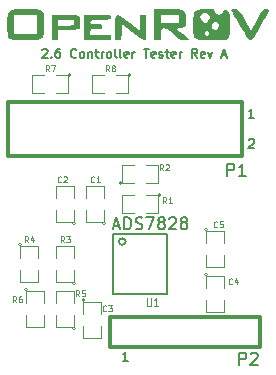
<source format=gto>
G04 (created by PCBNEW (2013-05-31 BZR 4019)-stable) date 28/01/2014 18:03:58*
%MOIN*%
G04 Gerber Fmt 3.4, Leading zero omitted, Abs format*
%FSLAX34Y34*%
G01*
G70*
G90*
G04 APERTURE LIST*
%ADD10C,0.00590551*%
%ADD11C,0.008*%
%ADD12C,0.005*%
%ADD13C,0.0075*%
%ADD14C,0.0001*%
%ADD15C,0.0039*%
%ADD16C,0.012*%
%ADD17C,0.0047*%
%ADD18C,0.0059*%
%ADD19C,0.0043*%
G04 APERTURE END LIST*
G54D10*
G54D11*
X24404Y-12561D02*
X24404Y-12161D01*
X24557Y-12161D01*
X24595Y-12180D01*
X24614Y-12200D01*
X24633Y-12238D01*
X24633Y-12295D01*
X24614Y-12333D01*
X24595Y-12352D01*
X24557Y-12371D01*
X24404Y-12371D01*
X25014Y-12561D02*
X24785Y-12561D01*
X24900Y-12561D02*
X24900Y-12161D01*
X24861Y-12219D01*
X24823Y-12257D01*
X24785Y-12276D01*
G54D12*
X21085Y-18721D02*
X20914Y-18721D01*
X21000Y-18721D02*
X21000Y-18421D01*
X20971Y-18464D01*
X20942Y-18492D01*
X20914Y-18507D01*
G54D13*
X25114Y-11350D02*
X25128Y-11335D01*
X25157Y-11321D01*
X25228Y-11321D01*
X25257Y-11335D01*
X25271Y-11350D01*
X25285Y-11378D01*
X25285Y-11407D01*
X25271Y-11450D01*
X25100Y-11621D01*
X25285Y-11621D01*
X25285Y-10621D02*
X25114Y-10621D01*
X25200Y-10621D02*
X25200Y-10321D01*
X25171Y-10364D01*
X25142Y-10392D01*
X25114Y-10407D01*
X18235Y-8350D02*
X18250Y-8335D01*
X18278Y-8321D01*
X18350Y-8321D01*
X18378Y-8335D01*
X18392Y-8350D01*
X18407Y-8378D01*
X18407Y-8407D01*
X18392Y-8450D01*
X18221Y-8621D01*
X18407Y-8621D01*
X18535Y-8592D02*
X18550Y-8607D01*
X18535Y-8621D01*
X18521Y-8607D01*
X18535Y-8592D01*
X18535Y-8621D01*
X18807Y-8321D02*
X18750Y-8321D01*
X18721Y-8335D01*
X18707Y-8350D01*
X18678Y-8392D01*
X18664Y-8450D01*
X18664Y-8564D01*
X18678Y-8592D01*
X18692Y-8607D01*
X18721Y-8621D01*
X18778Y-8621D01*
X18807Y-8607D01*
X18821Y-8592D01*
X18835Y-8564D01*
X18835Y-8492D01*
X18821Y-8464D01*
X18807Y-8450D01*
X18778Y-8435D01*
X18721Y-8435D01*
X18692Y-8450D01*
X18678Y-8464D01*
X18664Y-8492D01*
X19364Y-8592D02*
X19349Y-8607D01*
X19307Y-8621D01*
X19278Y-8621D01*
X19235Y-8607D01*
X19207Y-8578D01*
X19192Y-8550D01*
X19178Y-8492D01*
X19178Y-8450D01*
X19192Y-8392D01*
X19207Y-8364D01*
X19235Y-8335D01*
X19278Y-8321D01*
X19307Y-8321D01*
X19349Y-8335D01*
X19364Y-8350D01*
X19535Y-8621D02*
X19507Y-8607D01*
X19492Y-8592D01*
X19478Y-8564D01*
X19478Y-8478D01*
X19492Y-8450D01*
X19507Y-8435D01*
X19535Y-8421D01*
X19578Y-8421D01*
X19607Y-8435D01*
X19621Y-8450D01*
X19635Y-8478D01*
X19635Y-8564D01*
X19621Y-8592D01*
X19607Y-8607D01*
X19578Y-8621D01*
X19535Y-8621D01*
X19764Y-8421D02*
X19764Y-8621D01*
X19764Y-8450D02*
X19778Y-8435D01*
X19807Y-8421D01*
X19850Y-8421D01*
X19878Y-8435D01*
X19892Y-8464D01*
X19892Y-8621D01*
X19992Y-8421D02*
X20107Y-8421D01*
X20035Y-8321D02*
X20035Y-8578D01*
X20050Y-8607D01*
X20078Y-8621D01*
X20107Y-8621D01*
X20207Y-8621D02*
X20207Y-8421D01*
X20207Y-8478D02*
X20221Y-8450D01*
X20235Y-8435D01*
X20264Y-8421D01*
X20292Y-8421D01*
X20435Y-8621D02*
X20407Y-8607D01*
X20392Y-8592D01*
X20378Y-8564D01*
X20378Y-8478D01*
X20392Y-8450D01*
X20407Y-8435D01*
X20435Y-8421D01*
X20478Y-8421D01*
X20507Y-8435D01*
X20521Y-8450D01*
X20535Y-8478D01*
X20535Y-8564D01*
X20521Y-8592D01*
X20507Y-8607D01*
X20478Y-8621D01*
X20435Y-8621D01*
X20707Y-8621D02*
X20678Y-8607D01*
X20664Y-8578D01*
X20664Y-8321D01*
X20864Y-8621D02*
X20835Y-8607D01*
X20821Y-8578D01*
X20821Y-8321D01*
X21092Y-8607D02*
X21064Y-8621D01*
X21007Y-8621D01*
X20978Y-8607D01*
X20964Y-8578D01*
X20964Y-8464D01*
X20978Y-8435D01*
X21007Y-8421D01*
X21064Y-8421D01*
X21092Y-8435D01*
X21107Y-8464D01*
X21107Y-8492D01*
X20964Y-8521D01*
X21235Y-8621D02*
X21235Y-8421D01*
X21235Y-8478D02*
X21250Y-8450D01*
X21264Y-8435D01*
X21292Y-8421D01*
X21321Y-8421D01*
X21607Y-8321D02*
X21778Y-8321D01*
X21692Y-8621D02*
X21692Y-8321D01*
X21992Y-8607D02*
X21964Y-8621D01*
X21907Y-8621D01*
X21878Y-8607D01*
X21864Y-8578D01*
X21864Y-8464D01*
X21878Y-8435D01*
X21907Y-8421D01*
X21964Y-8421D01*
X21992Y-8435D01*
X22007Y-8464D01*
X22007Y-8492D01*
X21864Y-8521D01*
X22121Y-8607D02*
X22150Y-8621D01*
X22207Y-8621D01*
X22235Y-8607D01*
X22250Y-8578D01*
X22250Y-8564D01*
X22235Y-8535D01*
X22207Y-8521D01*
X22164Y-8521D01*
X22135Y-8507D01*
X22121Y-8478D01*
X22121Y-8464D01*
X22135Y-8435D01*
X22164Y-8421D01*
X22207Y-8421D01*
X22235Y-8435D01*
X22335Y-8421D02*
X22450Y-8421D01*
X22378Y-8321D02*
X22378Y-8578D01*
X22392Y-8607D01*
X22421Y-8621D01*
X22450Y-8621D01*
X22664Y-8607D02*
X22635Y-8621D01*
X22578Y-8621D01*
X22550Y-8607D01*
X22535Y-8578D01*
X22535Y-8464D01*
X22550Y-8435D01*
X22578Y-8421D01*
X22635Y-8421D01*
X22664Y-8435D01*
X22678Y-8464D01*
X22678Y-8492D01*
X22535Y-8521D01*
X22807Y-8621D02*
X22807Y-8421D01*
X22807Y-8478D02*
X22821Y-8450D01*
X22835Y-8435D01*
X22864Y-8421D01*
X22892Y-8421D01*
X23392Y-8621D02*
X23292Y-8478D01*
X23221Y-8621D02*
X23221Y-8321D01*
X23335Y-8321D01*
X23364Y-8335D01*
X23378Y-8350D01*
X23392Y-8378D01*
X23392Y-8421D01*
X23378Y-8450D01*
X23364Y-8464D01*
X23335Y-8478D01*
X23221Y-8478D01*
X23635Y-8607D02*
X23607Y-8621D01*
X23550Y-8621D01*
X23521Y-8607D01*
X23507Y-8578D01*
X23507Y-8464D01*
X23521Y-8435D01*
X23550Y-8421D01*
X23607Y-8421D01*
X23635Y-8435D01*
X23650Y-8464D01*
X23650Y-8492D01*
X23507Y-8521D01*
X23750Y-8421D02*
X23821Y-8621D01*
X23892Y-8421D01*
X24221Y-8535D02*
X24364Y-8535D01*
X24192Y-8621D02*
X24292Y-8321D01*
X24392Y-8621D01*
G54D12*
X21011Y-14750D02*
G75*
G03X21011Y-14750I-111J0D01*
G74*
G01*
X22400Y-16500D02*
X22400Y-14500D01*
X22400Y-14500D02*
X20600Y-14500D01*
X20600Y-14500D02*
X20600Y-16500D01*
X20600Y-16500D02*
X22400Y-16500D01*
G54D14*
G36*
X18300Y-7515D02*
X18299Y-7696D01*
X18292Y-7829D01*
X18270Y-7921D01*
X18223Y-7981D01*
X18143Y-8014D01*
X18066Y-8023D01*
X18066Y-7833D01*
X18066Y-7516D01*
X18066Y-7200D01*
X17683Y-7200D01*
X17300Y-7200D01*
X17300Y-7516D01*
X17300Y-7833D01*
X17683Y-7833D01*
X18066Y-7833D01*
X18066Y-8023D01*
X18021Y-8029D01*
X17847Y-8033D01*
X17675Y-8033D01*
X17486Y-8032D01*
X17351Y-8029D01*
X17260Y-8021D01*
X17200Y-8009D01*
X17160Y-7989D01*
X17133Y-7966D01*
X17103Y-7930D01*
X17084Y-7881D01*
X17073Y-7807D01*
X17068Y-7693D01*
X17066Y-7527D01*
X17066Y-7523D01*
X17066Y-7341D01*
X17073Y-7209D01*
X17096Y-7119D01*
X17144Y-7061D01*
X17226Y-7029D01*
X17351Y-7014D01*
X17528Y-7008D01*
X17649Y-7005D01*
X17872Y-7001D01*
X18037Y-7003D01*
X18154Y-7018D01*
X18229Y-7054D01*
X18273Y-7117D01*
X18293Y-7214D01*
X18299Y-7351D01*
X18300Y-7515D01*
X18300Y-7515D01*
X18300Y-7515D01*
G37*
G36*
X19500Y-7450D02*
X19492Y-7555D01*
X19473Y-7636D01*
X19460Y-7660D01*
X19402Y-7681D01*
X19304Y-7691D01*
X19304Y-7366D01*
X19035Y-7366D01*
X18766Y-7366D01*
X18766Y-7468D01*
X18766Y-7569D01*
X19025Y-7559D01*
X19154Y-7553D01*
X19232Y-7544D01*
X19272Y-7526D01*
X19288Y-7494D01*
X19293Y-7458D01*
X19304Y-7366D01*
X19304Y-7691D01*
X19285Y-7694D01*
X19112Y-7699D01*
X19093Y-7700D01*
X18766Y-7700D01*
X18766Y-7866D01*
X18764Y-7965D01*
X18751Y-8014D01*
X18716Y-8031D01*
X18666Y-8033D01*
X18566Y-8033D01*
X18566Y-7616D01*
X18566Y-7200D01*
X18993Y-7200D01*
X19207Y-7203D01*
X19355Y-7212D01*
X19440Y-7229D01*
X19460Y-7240D01*
X19483Y-7294D01*
X19497Y-7389D01*
X19500Y-7450D01*
X19500Y-7450D01*
X19500Y-7450D01*
G37*
G36*
X20533Y-8033D02*
X20083Y-8033D01*
X19633Y-8033D01*
X19633Y-7616D01*
X19633Y-7200D01*
X20085Y-7200D01*
X20266Y-7200D01*
X20391Y-7202D01*
X20469Y-7208D01*
X20511Y-7218D01*
X20528Y-7236D01*
X20528Y-7263D01*
X20527Y-7275D01*
X20518Y-7308D01*
X20496Y-7331D01*
X20448Y-7344D01*
X20361Y-7352D01*
X20223Y-7358D01*
X20175Y-7359D01*
X20020Y-7364D01*
X19921Y-7372D01*
X19864Y-7383D01*
X19839Y-7402D01*
X19833Y-7431D01*
X19833Y-7434D01*
X19840Y-7471D01*
X19873Y-7490D01*
X19947Y-7498D01*
X20033Y-7500D01*
X20144Y-7501D01*
X20204Y-7511D01*
X20228Y-7535D01*
X20233Y-7580D01*
X20233Y-7583D01*
X20229Y-7629D01*
X20205Y-7654D01*
X20148Y-7664D01*
X20040Y-7666D01*
X20033Y-7666D01*
X19922Y-7667D01*
X19862Y-7677D01*
X19838Y-7702D01*
X19833Y-7750D01*
X19833Y-7766D01*
X19833Y-7866D01*
X20183Y-7866D01*
X20533Y-7866D01*
X20533Y-7950D01*
X20533Y-8033D01*
X20533Y-8033D01*
X20533Y-8033D01*
G37*
G36*
X21700Y-7616D02*
X21699Y-7789D01*
X21696Y-7906D01*
X21689Y-7978D01*
X21676Y-8016D01*
X21656Y-8030D01*
X21629Y-8033D01*
X21577Y-8013D01*
X21487Y-7958D01*
X21369Y-7876D01*
X21238Y-7776D01*
X21221Y-7763D01*
X20883Y-7493D01*
X20873Y-7763D01*
X20863Y-8033D01*
X20765Y-8033D01*
X20666Y-8033D01*
X20666Y-7616D01*
X20667Y-7444D01*
X20669Y-7327D01*
X20676Y-7255D01*
X20688Y-7217D01*
X20709Y-7202D01*
X20741Y-7200D01*
X20745Y-7200D01*
X20809Y-7222D01*
X20914Y-7285D01*
X21052Y-7384D01*
X21154Y-7463D01*
X21483Y-7727D01*
X21493Y-7463D01*
X21502Y-7199D01*
X21601Y-7200D01*
X21700Y-7200D01*
X21700Y-7616D01*
X21700Y-7616D01*
X21700Y-7616D01*
G37*
G36*
X23147Y-8016D02*
X22989Y-8026D01*
X22911Y-8029D01*
X22850Y-8019D01*
X22789Y-7988D01*
X22712Y-7928D01*
X22607Y-7835D01*
X22475Y-7723D01*
X22376Y-7658D01*
X22302Y-7633D01*
X22292Y-7633D01*
X22241Y-7636D01*
X22213Y-7656D01*
X22202Y-7709D01*
X22200Y-7811D01*
X22200Y-7833D01*
X22200Y-8033D01*
X22083Y-8033D01*
X21966Y-8033D01*
X21966Y-7516D01*
X21966Y-7000D01*
X22408Y-7000D01*
X22622Y-7002D01*
X22779Y-7009D01*
X22888Y-7028D01*
X22958Y-7061D01*
X22998Y-7115D01*
X23017Y-7193D01*
X23026Y-7300D01*
X23026Y-7312D01*
X23026Y-7445D01*
X23014Y-7543D01*
X22998Y-7584D01*
X22943Y-7615D01*
X22852Y-7636D01*
X22823Y-7639D01*
X22800Y-7640D01*
X22800Y-7466D01*
X22800Y-7333D01*
X22800Y-7200D01*
X22500Y-7200D01*
X22200Y-7200D01*
X22200Y-7333D01*
X22200Y-7466D01*
X22500Y-7466D01*
X22800Y-7466D01*
X22800Y-7640D01*
X22685Y-7650D01*
X22916Y-7833D01*
X23147Y-8016D01*
X23147Y-8016D01*
X23147Y-8016D01*
G37*
G36*
X24500Y-7552D02*
X24498Y-7721D01*
X24489Y-7846D01*
X24463Y-7932D01*
X24410Y-7986D01*
X24323Y-8016D01*
X24191Y-8030D01*
X24124Y-8031D01*
X24124Y-7577D01*
X24119Y-7515D01*
X24093Y-7455D01*
X24042Y-7437D01*
X23990Y-7439D01*
X23910Y-7459D01*
X23876Y-7507D01*
X23872Y-7526D01*
X23883Y-7617D01*
X23934Y-7678D01*
X24005Y-7699D01*
X24079Y-7670D01*
X24099Y-7650D01*
X24124Y-7577D01*
X24124Y-8031D01*
X24006Y-8033D01*
X23890Y-8033D01*
X23825Y-8032D01*
X23825Y-7314D01*
X23819Y-7236D01*
X23780Y-7185D01*
X23699Y-7141D01*
X23605Y-7139D01*
X23540Y-7173D01*
X23502Y-7251D01*
X23515Y-7341D01*
X23574Y-7414D01*
X23647Y-7458D01*
X23700Y-7455D01*
X23762Y-7404D01*
X23766Y-7400D01*
X23825Y-7314D01*
X23825Y-8032D01*
X23793Y-8032D01*
X23793Y-7824D01*
X23778Y-7768D01*
X23727Y-7739D01*
X23668Y-7752D01*
X23660Y-7759D01*
X23638Y-7816D01*
X23661Y-7871D01*
X23713Y-7894D01*
X23724Y-7893D01*
X23780Y-7855D01*
X23793Y-7824D01*
X23793Y-8032D01*
X23689Y-8031D01*
X23544Y-8026D01*
X23444Y-8016D01*
X23378Y-8000D01*
X23340Y-7981D01*
X23309Y-7955D01*
X23288Y-7921D01*
X23276Y-7866D01*
X23269Y-7778D01*
X23266Y-7644D01*
X23266Y-7518D01*
X23267Y-7327D01*
X23276Y-7192D01*
X23300Y-7103D01*
X23348Y-7050D01*
X23427Y-7022D01*
X23545Y-7010D01*
X23663Y-7005D01*
X23950Y-6994D01*
X23988Y-7097D01*
X24045Y-7178D01*
X24119Y-7205D01*
X24194Y-7176D01*
X24243Y-7108D01*
X24289Y-7040D01*
X24354Y-7026D01*
X24360Y-7027D01*
X24416Y-7049D01*
X24455Y-7102D01*
X24481Y-7194D01*
X24495Y-7334D01*
X24499Y-7532D01*
X24500Y-7552D01*
X24500Y-7552D01*
X24500Y-7552D01*
G37*
G36*
X25800Y-7019D02*
X25784Y-7053D01*
X25742Y-7135D01*
X25679Y-7257D01*
X25599Y-7406D01*
X25529Y-7535D01*
X25416Y-7741D01*
X25326Y-7891D01*
X25255Y-7987D01*
X25195Y-8032D01*
X25141Y-8031D01*
X25087Y-7985D01*
X25026Y-7898D01*
X24972Y-7808D01*
X24829Y-7560D01*
X24718Y-7366D01*
X24635Y-7219D01*
X24578Y-7116D01*
X24545Y-7051D01*
X24533Y-7021D01*
X24533Y-7019D01*
X24562Y-7006D01*
X24635Y-7004D01*
X24658Y-7006D01*
X24711Y-7013D01*
X24754Y-7029D01*
X24795Y-7066D01*
X24844Y-7132D01*
X24908Y-7237D01*
X24987Y-7377D01*
X25192Y-7738D01*
X25387Y-7369D01*
X25469Y-7216D01*
X25529Y-7112D01*
X25573Y-7048D01*
X25611Y-7014D01*
X25650Y-7002D01*
X25691Y-7000D01*
X25765Y-7005D01*
X25799Y-7017D01*
X25800Y-7019D01*
X25800Y-7019D01*
X25800Y-7019D01*
G37*
G54D15*
X20900Y-12800D02*
G75*
G03X20900Y-12800I-50J0D01*
G74*
G01*
X21300Y-12800D02*
X20900Y-12800D01*
X20900Y-12800D02*
X20900Y-12200D01*
X20900Y-12200D02*
X21300Y-12200D01*
X21700Y-12200D02*
X22100Y-12200D01*
X22100Y-12200D02*
X22100Y-12800D01*
X22100Y-12800D02*
X21700Y-12800D01*
X22200Y-13200D02*
G75*
G03X22200Y-13200I-50J0D01*
G74*
G01*
X21700Y-13200D02*
X22100Y-13200D01*
X22100Y-13200D02*
X22100Y-13800D01*
X22100Y-13800D02*
X21700Y-13800D01*
X21300Y-13800D02*
X20900Y-13800D01*
X20900Y-13800D02*
X20900Y-13200D01*
X20900Y-13200D02*
X21300Y-13200D01*
X19350Y-16150D02*
G75*
G03X19350Y-16150I-50J0D01*
G74*
G01*
X19300Y-15700D02*
X19300Y-16100D01*
X19300Y-16100D02*
X18700Y-16100D01*
X18700Y-16100D02*
X18700Y-15700D01*
X18700Y-15300D02*
X18700Y-14900D01*
X18700Y-14900D02*
X19300Y-14900D01*
X19300Y-14900D02*
X19300Y-15300D01*
X19350Y-17650D02*
G75*
G03X19350Y-17650I-50J0D01*
G74*
G01*
X19300Y-17200D02*
X19300Y-17600D01*
X19300Y-17600D02*
X18700Y-17600D01*
X18700Y-17600D02*
X18700Y-17200D01*
X18700Y-16800D02*
X18700Y-16400D01*
X18700Y-16400D02*
X19300Y-16400D01*
X19300Y-16400D02*
X19300Y-16800D01*
X17550Y-14850D02*
G75*
G03X17550Y-14850I-50J0D01*
G74*
G01*
X17500Y-15300D02*
X17500Y-14900D01*
X17500Y-14900D02*
X18100Y-14900D01*
X18100Y-14900D02*
X18100Y-15300D01*
X18100Y-15700D02*
X18100Y-16100D01*
X18100Y-16100D02*
X17500Y-16100D01*
X17500Y-16100D02*
X17500Y-15700D01*
X17750Y-16350D02*
G75*
G03X17750Y-16350I-50J0D01*
G74*
G01*
X17700Y-16800D02*
X17700Y-16400D01*
X17700Y-16400D02*
X18300Y-16400D01*
X18300Y-16400D02*
X18300Y-16800D01*
X18300Y-17200D02*
X18300Y-17600D01*
X18300Y-17600D02*
X17700Y-17600D01*
X17700Y-17600D02*
X17700Y-17200D01*
X23750Y-15850D02*
G75*
G03X23750Y-15850I-50J0D01*
G74*
G01*
X23700Y-16300D02*
X23700Y-15900D01*
X23700Y-15900D02*
X24300Y-15900D01*
X24300Y-15900D02*
X24300Y-16300D01*
X24300Y-16700D02*
X24300Y-17100D01*
X24300Y-17100D02*
X23700Y-17100D01*
X23700Y-17100D02*
X23700Y-16700D01*
X23750Y-14350D02*
G75*
G03X23750Y-14350I-50J0D01*
G74*
G01*
X23700Y-14800D02*
X23700Y-14400D01*
X23700Y-14400D02*
X24300Y-14400D01*
X24300Y-14400D02*
X24300Y-14800D01*
X24300Y-15200D02*
X24300Y-15600D01*
X24300Y-15600D02*
X23700Y-15600D01*
X23700Y-15600D02*
X23700Y-15200D01*
X19200Y-9200D02*
G75*
G03X19200Y-9200I-50J0D01*
G74*
G01*
X18700Y-9200D02*
X19100Y-9200D01*
X19100Y-9200D02*
X19100Y-9800D01*
X19100Y-9800D02*
X18700Y-9800D01*
X18300Y-9800D02*
X17900Y-9800D01*
X17900Y-9800D02*
X17900Y-9200D01*
X17900Y-9200D02*
X18300Y-9200D01*
X21200Y-9200D02*
G75*
G03X21200Y-9200I-50J0D01*
G74*
G01*
X20700Y-9200D02*
X21100Y-9200D01*
X21100Y-9200D02*
X21100Y-9800D01*
X21100Y-9800D02*
X20700Y-9800D01*
X20300Y-9800D02*
X19900Y-9800D01*
X19900Y-9800D02*
X19900Y-9200D01*
X19900Y-9200D02*
X20300Y-9200D01*
X19650Y-16710D02*
G75*
G03X19650Y-16710I-50J0D01*
G74*
G01*
X19600Y-17160D02*
X19600Y-16760D01*
X19600Y-16760D02*
X20200Y-16760D01*
X20200Y-16760D02*
X20200Y-17160D01*
X20200Y-17560D02*
X20200Y-17960D01*
X20200Y-17960D02*
X19600Y-17960D01*
X19600Y-17960D02*
X19600Y-17560D01*
X19350Y-14150D02*
G75*
G03X19350Y-14150I-50J0D01*
G74*
G01*
X19300Y-13700D02*
X19300Y-14100D01*
X19300Y-14100D02*
X18700Y-14100D01*
X18700Y-14100D02*
X18700Y-13700D01*
X18700Y-13300D02*
X18700Y-12900D01*
X18700Y-12900D02*
X19300Y-12900D01*
X19300Y-12900D02*
X19300Y-13300D01*
X20350Y-14150D02*
G75*
G03X20350Y-14150I-50J0D01*
G74*
G01*
X20300Y-13700D02*
X20300Y-14100D01*
X20300Y-14100D02*
X19700Y-14100D01*
X19700Y-14100D02*
X19700Y-13700D01*
X19700Y-13300D02*
X19700Y-12900D01*
X19700Y-12900D02*
X20300Y-12900D01*
X20300Y-12900D02*
X20300Y-13300D01*
G54D16*
X24900Y-10100D02*
X24900Y-11900D01*
X24900Y-11900D02*
X17100Y-11900D01*
X17100Y-11900D02*
X17100Y-10100D01*
X17100Y-10100D02*
X24900Y-10100D01*
X20500Y-17250D02*
X20500Y-18250D01*
X25500Y-18250D02*
X25500Y-17250D01*
X20500Y-17250D02*
X25500Y-17250D01*
X25500Y-18250D02*
X20500Y-18250D01*
G54D17*
X21720Y-16635D02*
X21720Y-16859D01*
X21731Y-16885D01*
X21742Y-16898D01*
X21765Y-16911D01*
X21810Y-16911D01*
X21832Y-16898D01*
X21843Y-16885D01*
X21855Y-16859D01*
X21855Y-16635D01*
X22091Y-16911D02*
X21956Y-16911D01*
X22023Y-16911D02*
X22023Y-16635D01*
X22001Y-16675D01*
X21978Y-16701D01*
X21956Y-16714D01*
G54D18*
X20611Y-14226D02*
X20798Y-14226D01*
X20573Y-14339D02*
X20704Y-13945D01*
X20836Y-14339D01*
X20967Y-14339D02*
X20967Y-13945D01*
X21061Y-13945D01*
X21117Y-13964D01*
X21155Y-14001D01*
X21173Y-14039D01*
X21192Y-14114D01*
X21192Y-14170D01*
X21173Y-14245D01*
X21155Y-14283D01*
X21117Y-14320D01*
X21061Y-14339D01*
X20967Y-14339D01*
X21342Y-14320D02*
X21399Y-14339D01*
X21492Y-14339D01*
X21530Y-14320D01*
X21549Y-14301D01*
X21567Y-14264D01*
X21567Y-14226D01*
X21549Y-14189D01*
X21530Y-14170D01*
X21492Y-14151D01*
X21417Y-14133D01*
X21380Y-14114D01*
X21361Y-14095D01*
X21342Y-14058D01*
X21342Y-14020D01*
X21361Y-13983D01*
X21380Y-13964D01*
X21417Y-13945D01*
X21511Y-13945D01*
X21567Y-13964D01*
X21699Y-13945D02*
X21961Y-13945D01*
X21793Y-14339D01*
X22168Y-14114D02*
X22130Y-14095D01*
X22112Y-14076D01*
X22093Y-14039D01*
X22093Y-14020D01*
X22112Y-13983D01*
X22130Y-13964D01*
X22168Y-13945D01*
X22243Y-13945D01*
X22280Y-13964D01*
X22299Y-13983D01*
X22318Y-14020D01*
X22318Y-14039D01*
X22299Y-14076D01*
X22280Y-14095D01*
X22243Y-14114D01*
X22168Y-14114D01*
X22130Y-14133D01*
X22112Y-14151D01*
X22093Y-14189D01*
X22093Y-14264D01*
X22112Y-14301D01*
X22130Y-14320D01*
X22168Y-14339D01*
X22243Y-14339D01*
X22280Y-14320D01*
X22299Y-14301D01*
X22318Y-14264D01*
X22318Y-14189D01*
X22299Y-14151D01*
X22280Y-14133D01*
X22243Y-14114D01*
X22468Y-13983D02*
X22487Y-13964D01*
X22524Y-13945D01*
X22618Y-13945D01*
X22656Y-13964D01*
X22674Y-13983D01*
X22693Y-14020D01*
X22693Y-14058D01*
X22674Y-14114D01*
X22449Y-14339D01*
X22693Y-14339D01*
X22918Y-14114D02*
X22881Y-14095D01*
X22862Y-14076D01*
X22843Y-14039D01*
X22843Y-14020D01*
X22862Y-13983D01*
X22881Y-13964D01*
X22918Y-13945D01*
X22993Y-13945D01*
X23031Y-13964D01*
X23050Y-13983D01*
X23068Y-14020D01*
X23068Y-14039D01*
X23050Y-14076D01*
X23031Y-14095D01*
X22993Y-14114D01*
X22918Y-14114D01*
X22881Y-14133D01*
X22862Y-14151D01*
X22843Y-14189D01*
X22843Y-14264D01*
X22862Y-14301D01*
X22881Y-14320D01*
X22918Y-14339D01*
X22993Y-14339D01*
X23031Y-14320D01*
X23050Y-14301D01*
X23068Y-14264D01*
X23068Y-14189D01*
X23050Y-14151D01*
X23031Y-14133D01*
X22993Y-14114D01*
G54D19*
X22267Y-12379D02*
X22201Y-12285D01*
X22154Y-12379D02*
X22154Y-12182D01*
X22229Y-12182D01*
X22248Y-12192D01*
X22257Y-12201D01*
X22267Y-12220D01*
X22267Y-12248D01*
X22257Y-12267D01*
X22248Y-12276D01*
X22229Y-12285D01*
X22154Y-12285D01*
X22342Y-12201D02*
X22351Y-12192D01*
X22370Y-12182D01*
X22417Y-12182D01*
X22436Y-12192D01*
X22445Y-12201D01*
X22454Y-12220D01*
X22454Y-12239D01*
X22445Y-12267D01*
X22332Y-12379D01*
X22454Y-12379D01*
X22367Y-13479D02*
X22301Y-13385D01*
X22254Y-13479D02*
X22254Y-13282D01*
X22329Y-13282D01*
X22348Y-13292D01*
X22357Y-13301D01*
X22367Y-13320D01*
X22367Y-13348D01*
X22357Y-13367D01*
X22348Y-13376D01*
X22329Y-13385D01*
X22254Y-13385D01*
X22554Y-13479D02*
X22442Y-13479D01*
X22498Y-13479D02*
X22498Y-13282D01*
X22479Y-13310D01*
X22460Y-13329D01*
X22442Y-13339D01*
X18967Y-14779D02*
X18901Y-14685D01*
X18854Y-14779D02*
X18854Y-14582D01*
X18929Y-14582D01*
X18948Y-14592D01*
X18957Y-14601D01*
X18967Y-14620D01*
X18967Y-14648D01*
X18957Y-14667D01*
X18948Y-14676D01*
X18929Y-14685D01*
X18854Y-14685D01*
X19032Y-14582D02*
X19154Y-14582D01*
X19089Y-14657D01*
X19117Y-14657D01*
X19136Y-14667D01*
X19145Y-14676D01*
X19154Y-14695D01*
X19154Y-14742D01*
X19145Y-14760D01*
X19136Y-14770D01*
X19117Y-14779D01*
X19060Y-14779D01*
X19042Y-14770D01*
X19032Y-14760D01*
X19467Y-16579D02*
X19401Y-16485D01*
X19354Y-16579D02*
X19354Y-16382D01*
X19429Y-16382D01*
X19448Y-16392D01*
X19457Y-16401D01*
X19467Y-16420D01*
X19467Y-16448D01*
X19457Y-16467D01*
X19448Y-16476D01*
X19429Y-16485D01*
X19354Y-16485D01*
X19645Y-16382D02*
X19551Y-16382D01*
X19542Y-16476D01*
X19551Y-16467D01*
X19570Y-16457D01*
X19617Y-16457D01*
X19636Y-16467D01*
X19645Y-16476D01*
X19654Y-16495D01*
X19654Y-16542D01*
X19645Y-16560D01*
X19636Y-16570D01*
X19617Y-16579D01*
X19570Y-16579D01*
X19551Y-16570D01*
X19542Y-16560D01*
X17767Y-14779D02*
X17701Y-14685D01*
X17654Y-14779D02*
X17654Y-14582D01*
X17729Y-14582D01*
X17748Y-14592D01*
X17757Y-14601D01*
X17767Y-14620D01*
X17767Y-14648D01*
X17757Y-14667D01*
X17748Y-14676D01*
X17729Y-14685D01*
X17654Y-14685D01*
X17936Y-14648D02*
X17936Y-14779D01*
X17889Y-14573D02*
X17842Y-14714D01*
X17964Y-14714D01*
X17367Y-16779D02*
X17301Y-16685D01*
X17254Y-16779D02*
X17254Y-16582D01*
X17329Y-16582D01*
X17348Y-16592D01*
X17357Y-16601D01*
X17367Y-16620D01*
X17367Y-16648D01*
X17357Y-16667D01*
X17348Y-16676D01*
X17329Y-16685D01*
X17254Y-16685D01*
X17536Y-16582D02*
X17498Y-16582D01*
X17479Y-16592D01*
X17470Y-16601D01*
X17451Y-16629D01*
X17442Y-16667D01*
X17442Y-16742D01*
X17451Y-16760D01*
X17460Y-16770D01*
X17479Y-16779D01*
X17517Y-16779D01*
X17536Y-16770D01*
X17545Y-16760D01*
X17554Y-16742D01*
X17554Y-16695D01*
X17545Y-16676D01*
X17536Y-16667D01*
X17517Y-16657D01*
X17479Y-16657D01*
X17460Y-16667D01*
X17451Y-16676D01*
X17442Y-16695D01*
X24567Y-16160D02*
X24557Y-16170D01*
X24529Y-16179D01*
X24510Y-16179D01*
X24482Y-16170D01*
X24463Y-16151D01*
X24454Y-16132D01*
X24445Y-16095D01*
X24445Y-16067D01*
X24454Y-16029D01*
X24463Y-16010D01*
X24482Y-15992D01*
X24510Y-15982D01*
X24529Y-15982D01*
X24557Y-15992D01*
X24567Y-16001D01*
X24736Y-16048D02*
X24736Y-16179D01*
X24689Y-15973D02*
X24642Y-16114D01*
X24764Y-16114D01*
X24067Y-14260D02*
X24057Y-14270D01*
X24029Y-14279D01*
X24010Y-14279D01*
X23982Y-14270D01*
X23963Y-14251D01*
X23954Y-14232D01*
X23945Y-14195D01*
X23945Y-14167D01*
X23954Y-14129D01*
X23963Y-14110D01*
X23982Y-14092D01*
X24010Y-14082D01*
X24029Y-14082D01*
X24057Y-14092D01*
X24067Y-14101D01*
X24245Y-14082D02*
X24151Y-14082D01*
X24142Y-14176D01*
X24151Y-14167D01*
X24170Y-14157D01*
X24217Y-14157D01*
X24236Y-14167D01*
X24245Y-14176D01*
X24254Y-14195D01*
X24254Y-14242D01*
X24245Y-14260D01*
X24236Y-14270D01*
X24217Y-14279D01*
X24170Y-14279D01*
X24151Y-14270D01*
X24142Y-14260D01*
X18467Y-9079D02*
X18401Y-8985D01*
X18354Y-9079D02*
X18354Y-8882D01*
X18429Y-8882D01*
X18448Y-8892D01*
X18457Y-8901D01*
X18467Y-8920D01*
X18467Y-8948D01*
X18457Y-8967D01*
X18448Y-8976D01*
X18429Y-8985D01*
X18354Y-8985D01*
X18532Y-8882D02*
X18664Y-8882D01*
X18579Y-9079D01*
X20467Y-9079D02*
X20401Y-8985D01*
X20354Y-9079D02*
X20354Y-8882D01*
X20429Y-8882D01*
X20448Y-8892D01*
X20457Y-8901D01*
X20467Y-8920D01*
X20467Y-8948D01*
X20457Y-8967D01*
X20448Y-8976D01*
X20429Y-8985D01*
X20354Y-8985D01*
X20579Y-8967D02*
X20560Y-8957D01*
X20551Y-8948D01*
X20542Y-8929D01*
X20542Y-8920D01*
X20551Y-8901D01*
X20560Y-8892D01*
X20579Y-8882D01*
X20617Y-8882D01*
X20636Y-8892D01*
X20645Y-8901D01*
X20654Y-8920D01*
X20654Y-8929D01*
X20645Y-8948D01*
X20636Y-8957D01*
X20617Y-8967D01*
X20579Y-8967D01*
X20560Y-8976D01*
X20551Y-8985D01*
X20542Y-9004D01*
X20542Y-9042D01*
X20551Y-9060D01*
X20560Y-9070D01*
X20579Y-9079D01*
X20617Y-9079D01*
X20636Y-9070D01*
X20645Y-9060D01*
X20654Y-9042D01*
X20654Y-9004D01*
X20645Y-8985D01*
X20636Y-8976D01*
X20617Y-8967D01*
X20367Y-17060D02*
X20357Y-17070D01*
X20329Y-17079D01*
X20310Y-17079D01*
X20282Y-17070D01*
X20263Y-17051D01*
X20254Y-17032D01*
X20245Y-16995D01*
X20245Y-16967D01*
X20254Y-16929D01*
X20263Y-16910D01*
X20282Y-16892D01*
X20310Y-16882D01*
X20329Y-16882D01*
X20357Y-16892D01*
X20367Y-16901D01*
X20432Y-16882D02*
X20554Y-16882D01*
X20489Y-16957D01*
X20517Y-16957D01*
X20536Y-16967D01*
X20545Y-16976D01*
X20554Y-16995D01*
X20554Y-17042D01*
X20545Y-17060D01*
X20536Y-17070D01*
X20517Y-17079D01*
X20460Y-17079D01*
X20442Y-17070D01*
X20432Y-17060D01*
X18867Y-12760D02*
X18857Y-12770D01*
X18829Y-12779D01*
X18810Y-12779D01*
X18782Y-12770D01*
X18763Y-12751D01*
X18754Y-12732D01*
X18745Y-12695D01*
X18745Y-12667D01*
X18754Y-12629D01*
X18763Y-12610D01*
X18782Y-12592D01*
X18810Y-12582D01*
X18829Y-12582D01*
X18857Y-12592D01*
X18867Y-12601D01*
X18942Y-12601D02*
X18951Y-12592D01*
X18970Y-12582D01*
X19017Y-12582D01*
X19036Y-12592D01*
X19045Y-12601D01*
X19054Y-12620D01*
X19054Y-12639D01*
X19045Y-12667D01*
X18932Y-12779D01*
X19054Y-12779D01*
X19967Y-12760D02*
X19957Y-12770D01*
X19929Y-12779D01*
X19910Y-12779D01*
X19882Y-12770D01*
X19863Y-12751D01*
X19854Y-12732D01*
X19845Y-12695D01*
X19845Y-12667D01*
X19854Y-12629D01*
X19863Y-12610D01*
X19882Y-12592D01*
X19910Y-12582D01*
X19929Y-12582D01*
X19957Y-12592D01*
X19967Y-12601D01*
X20154Y-12779D02*
X20042Y-12779D01*
X20098Y-12779D02*
X20098Y-12582D01*
X20079Y-12610D01*
X20060Y-12629D01*
X20042Y-12639D01*
G54D11*
X24804Y-18861D02*
X24804Y-18461D01*
X24957Y-18461D01*
X24995Y-18480D01*
X25014Y-18500D01*
X25033Y-18538D01*
X25033Y-18595D01*
X25014Y-18633D01*
X24995Y-18652D01*
X24957Y-18671D01*
X24804Y-18671D01*
X25185Y-18500D02*
X25204Y-18480D01*
X25242Y-18461D01*
X25338Y-18461D01*
X25376Y-18480D01*
X25395Y-18500D01*
X25414Y-18538D01*
X25414Y-18576D01*
X25395Y-18633D01*
X25166Y-18861D01*
X25414Y-18861D01*
M02*

</source>
